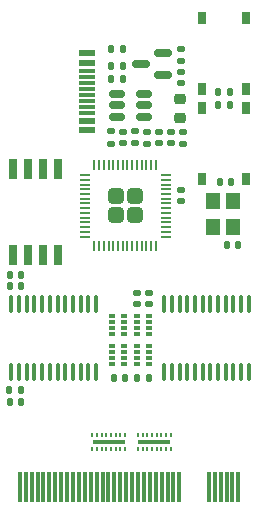
<source format=gbr>
%TF.GenerationSoftware,KiCad,Pcbnew,7.0.5-0*%
%TF.CreationDate,2023-07-31T19:13:05-04:00*%
%TF.ProjectId,mula,6d756c61-2e6b-4696-9361-645f70636258,rev?*%
%TF.SameCoordinates,Original*%
%TF.FileFunction,Paste,Top*%
%TF.FilePolarity,Positive*%
%FSLAX46Y46*%
G04 Gerber Fmt 4.6, Leading zero omitted, Abs format (unit mm)*
G04 Created by KiCad (PCBNEW 7.0.5-0) date 2023-07-31 19:13:05*
%MOMM*%
%LPD*%
G01*
G04 APERTURE LIST*
G04 Aperture macros list*
%AMRoundRect*
0 Rectangle with rounded corners*
0 $1 Rounding radius*
0 $2 $3 $4 $5 $6 $7 $8 $9 X,Y pos of 4 corners*
0 Add a 4 corners polygon primitive as box body*
4,1,4,$2,$3,$4,$5,$6,$7,$8,$9,$2,$3,0*
0 Add four circle primitives for the rounded corners*
1,1,$1+$1,$2,$3*
1,1,$1+$1,$4,$5*
1,1,$1+$1,$6,$7*
1,1,$1+$1,$8,$9*
0 Add four rect primitives between the rounded corners*
20,1,$1+$1,$2,$3,$4,$5,0*
20,1,$1+$1,$4,$5,$6,$7,0*
20,1,$1+$1,$6,$7,$8,$9,0*
20,1,$1+$1,$8,$9,$2,$3,0*%
G04 Aperture macros list end*
%ADD10RoundRect,0.140000X-0.140000X-0.170000X0.140000X-0.170000X0.140000X0.170000X-0.140000X0.170000X0*%
%ADD11RoundRect,0.218750X-0.256250X0.218750X-0.256250X-0.218750X0.256250X-0.218750X0.256250X0.218750X0*%
%ADD12R,0.750000X1.000000*%
%ADD13RoundRect,0.135000X-0.185000X0.135000X-0.185000X-0.135000X0.185000X-0.135000X0.185000X0.135000X0*%
%ADD14RoundRect,0.100000X0.100000X-0.637500X0.100000X0.637500X-0.100000X0.637500X-0.100000X-0.637500X0*%
%ADD15R,0.350000X2.500000*%
%ADD16RoundRect,0.140000X0.170000X-0.140000X0.170000X0.140000X-0.170000X0.140000X-0.170000X-0.140000X0*%
%ADD17R,0.650000X1.700000*%
%ADD18RoundRect,0.135000X-0.135000X-0.185000X0.135000X-0.185000X0.135000X0.185000X-0.135000X0.185000X0*%
%ADD19RoundRect,0.150000X0.587500X0.150000X-0.587500X0.150000X-0.587500X-0.150000X0.587500X-0.150000X0*%
%ADD20RoundRect,0.135000X0.185000X-0.135000X0.185000X0.135000X-0.185000X0.135000X-0.185000X-0.135000X0*%
%ADD21RoundRect,0.140000X0.140000X0.170000X-0.140000X0.170000X-0.140000X-0.170000X0.140000X-0.170000X0*%
%ADD22RoundRect,0.140000X-0.170000X0.140000X-0.170000X-0.140000X0.170000X-0.140000X0.170000X0.140000X0*%
%ADD23R,0.200000X0.400000*%
%ADD24R,2.800000X0.400000*%
%ADD25RoundRect,0.150000X-0.512500X-0.150000X0.512500X-0.150000X0.512500X0.150000X-0.512500X0.150000X0*%
%ADD26R,0.500000X0.320000*%
%ADD27RoundRect,0.135000X0.135000X0.185000X-0.135000X0.185000X-0.135000X-0.185000X0.135000X-0.185000X0*%
%ADD28R,1.200000X1.400000*%
%ADD29RoundRect,0.249999X0.395001X-0.395001X0.395001X0.395001X-0.395001X0.395001X-0.395001X-0.395001X0*%
%ADD30RoundRect,0.050000X0.050000X-0.387500X0.050000X0.387500X-0.050000X0.387500X-0.050000X-0.387500X0*%
%ADD31RoundRect,0.050000X0.387500X-0.050000X0.387500X0.050000X-0.387500X0.050000X-0.387500X-0.050000X0*%
%ADD32R,1.450000X0.600000*%
%ADD33R,1.450000X0.300000*%
G04 APERTURE END LIST*
D10*
%TO.C,C115*%
X129870000Y-105425000D03*
X130830000Y-105425000D03*
%TD*%
D11*
%TO.C,D101*%
X144300000Y-79800000D03*
X144300000Y-81375000D03*
%TD*%
D12*
%TO.C,SW102*%
X146170000Y-78970000D03*
X146170000Y-72970000D03*
X149920000Y-78970000D03*
X149920000Y-72970000D03*
%TD*%
D13*
%TO.C,R105*%
X141525000Y-82565000D03*
X141525000Y-83585000D03*
%TD*%
D10*
%TO.C,C101*%
X148245000Y-92175000D03*
X149205000Y-92175000D03*
%TD*%
D13*
%TO.C,R104*%
X140500000Y-82540000D03*
X140500000Y-83560000D03*
%TD*%
D14*
%TO.C,U106*%
X142975000Y-102925000D03*
X143625000Y-102925000D03*
X144275000Y-102925000D03*
X144925000Y-102925000D03*
X145575000Y-102925000D03*
X146225000Y-102925000D03*
X146875000Y-102925000D03*
X147525000Y-102925000D03*
X148175000Y-102925000D03*
X148825000Y-102925000D03*
X149475000Y-102925000D03*
X150125000Y-102925000D03*
X150125000Y-97200000D03*
X149475000Y-97200000D03*
X148825000Y-97200000D03*
X148175000Y-97200000D03*
X147525000Y-97200000D03*
X146875000Y-97200000D03*
X146225000Y-97200000D03*
X145575000Y-97200000D03*
X144925000Y-97200000D03*
X144275000Y-97200000D03*
X143625000Y-97200000D03*
X142975000Y-97200000D03*
%TD*%
D15*
%TO.C,J102*%
X149237500Y-112655000D03*
X148737500Y-112655000D03*
X148237500Y-112655000D03*
X147737500Y-112655000D03*
X147237500Y-112655000D03*
X146737500Y-112655000D03*
X144237500Y-112655000D03*
X143737500Y-112655000D03*
X143237500Y-112655000D03*
X142737500Y-112655000D03*
X142237500Y-112655000D03*
X141737500Y-112655000D03*
X141237500Y-112655000D03*
X140737500Y-112655000D03*
X140237500Y-112655000D03*
X139737500Y-112655000D03*
X139237500Y-112655000D03*
X138737500Y-112655000D03*
X138237500Y-112655000D03*
X137737500Y-112655000D03*
X137237500Y-112655000D03*
X136737500Y-112655000D03*
X136237500Y-112655000D03*
X135737500Y-112655000D03*
X135237500Y-112655000D03*
X134737500Y-112655000D03*
X134237500Y-112655000D03*
X133737500Y-112655000D03*
X133237500Y-112655000D03*
X132737500Y-112655000D03*
X132237500Y-112655000D03*
X131737500Y-112655000D03*
X131237500Y-112655000D03*
X130737500Y-112655000D03*
%TD*%
D16*
%TO.C,C114*%
X144400000Y-76550000D03*
X144400000Y-75590000D03*
%TD*%
D17*
%TO.C,U101*%
X130120000Y-93000000D03*
X131390000Y-93000000D03*
X132660000Y-93000000D03*
X133930000Y-93000000D03*
X133930000Y-85700000D03*
X132660000Y-85700000D03*
X131390000Y-85700000D03*
X130120000Y-85700000D03*
%TD*%
D18*
%TO.C,R107*%
X129845000Y-104425000D03*
X130865000Y-104425000D03*
%TD*%
D19*
%TO.C,U104*%
X142875000Y-77795000D03*
X142875000Y-75895000D03*
X141000000Y-76845000D03*
%TD*%
D20*
%TO.C,R109*%
X144575000Y-83610000D03*
X144575000Y-82590000D03*
%TD*%
D21*
%TO.C,C105*%
X130850000Y-95650000D03*
X129890000Y-95650000D03*
%TD*%
D13*
%TO.C,R103*%
X138492500Y-82555000D03*
X138492500Y-83575000D03*
%TD*%
D14*
%TO.C,U105*%
X130025000Y-102900000D03*
X130675000Y-102900000D03*
X131325000Y-102900000D03*
X131975000Y-102900000D03*
X132625000Y-102900000D03*
X133275000Y-102900000D03*
X133925000Y-102900000D03*
X134575000Y-102900000D03*
X135225000Y-102900000D03*
X135875000Y-102900000D03*
X136525000Y-102900000D03*
X137175000Y-102900000D03*
X137175000Y-97175000D03*
X136525000Y-97175000D03*
X135875000Y-97175000D03*
X135225000Y-97175000D03*
X134575000Y-97175000D03*
X133925000Y-97175000D03*
X133275000Y-97175000D03*
X132625000Y-97175000D03*
X131975000Y-97175000D03*
X131325000Y-97175000D03*
X130675000Y-97175000D03*
X130025000Y-97175000D03*
%TD*%
D12*
%TO.C,SW101*%
X146145000Y-86570000D03*
X146145000Y-80570000D03*
X149895000Y-86570000D03*
X149895000Y-80570000D03*
%TD*%
D21*
%TO.C,C106*%
X130850000Y-94675000D03*
X129890000Y-94675000D03*
%TD*%
D22*
%TO.C,C103*%
X142550000Y-82590000D03*
X142550000Y-83550000D03*
%TD*%
%TO.C,C112*%
X141675000Y-96195000D03*
X141675000Y-97155000D03*
%TD*%
%TO.C,C104*%
X139482500Y-82575000D03*
X139482500Y-83535000D03*
%TD*%
D18*
%TO.C,R106*%
X147510000Y-79220000D03*
X148530000Y-79220000D03*
%TD*%
D23*
%TO.C,L101*%
X136850000Y-109425000D03*
X137250000Y-109425000D03*
X137650000Y-109425000D03*
X138050000Y-109425000D03*
X138450000Y-109425000D03*
X138850000Y-109425000D03*
X139250000Y-109425000D03*
X139650000Y-109425000D03*
X139650000Y-108225000D03*
X139250000Y-108225000D03*
X138850000Y-108225000D03*
X138450000Y-108225000D03*
X138050000Y-108225000D03*
X137650000Y-108225000D03*
X137250000Y-108225000D03*
X136850000Y-108225000D03*
D24*
X138250000Y-108825000D03*
%TD*%
D22*
%TO.C,C107*%
X140675000Y-96195000D03*
X140675000Y-97155000D03*
%TD*%
D25*
%TO.C,U103*%
X138962500Y-79395000D03*
X138962500Y-80345000D03*
X138962500Y-81295000D03*
X141237500Y-81295000D03*
X141237500Y-80345000D03*
X141237500Y-79395000D03*
%TD*%
D26*
%TO.C,RN101*%
X141650000Y-99662500D03*
X141650000Y-99162500D03*
X141650000Y-98662500D03*
X141650000Y-98162500D03*
X140650000Y-98162500D03*
X140650000Y-98662500D03*
X140650000Y-99162500D03*
X140650000Y-99662500D03*
%TD*%
D21*
%TO.C,C102*%
X148630000Y-86850000D03*
X147670000Y-86850000D03*
%TD*%
D27*
%TO.C,R101*%
X148530000Y-80320000D03*
X147510000Y-80320000D03*
%TD*%
D26*
%TO.C,RN104*%
X138575000Y-98162500D03*
X138575000Y-98662500D03*
X138575000Y-99162500D03*
X138575000Y-99662500D03*
X139575000Y-99662500D03*
X139575000Y-99162500D03*
X139575000Y-98662500D03*
X139575000Y-98162500D03*
%TD*%
D16*
%TO.C,C111*%
X143550000Y-83550000D03*
X143550000Y-82590000D03*
%TD*%
%TO.C,C109*%
X144350000Y-88455000D03*
X144350000Y-87495000D03*
%TD*%
D10*
%TO.C,C110*%
X138495000Y-77045000D03*
X139455000Y-77045000D03*
%TD*%
D23*
%TO.C,L102*%
X140725000Y-109425000D03*
X141125000Y-109425000D03*
X141525000Y-109425000D03*
X141925000Y-109425000D03*
X142325000Y-109425000D03*
X142725000Y-109425000D03*
X143125000Y-109425000D03*
X143525000Y-109425000D03*
X143525000Y-108225000D03*
X143125000Y-108225000D03*
X142725000Y-108225000D03*
X142325000Y-108225000D03*
X141925000Y-108225000D03*
X141525000Y-108225000D03*
X141125000Y-108225000D03*
X140725000Y-108225000D03*
D24*
X142125000Y-108825000D03*
%TD*%
D28*
%TO.C,Y101*%
X147100000Y-88425000D03*
X147100000Y-90625000D03*
X148800000Y-90625000D03*
X148800000Y-88425000D03*
%TD*%
D26*
%TO.C,RN102*%
X138575000Y-100737500D03*
X138575000Y-101237500D03*
X138575000Y-101737500D03*
X138575000Y-102237500D03*
X139575000Y-102237500D03*
X139575000Y-101737500D03*
X139575000Y-101237500D03*
X139575000Y-100737500D03*
%TD*%
D18*
%TO.C,R102*%
X138465000Y-78070000D03*
X139485000Y-78070000D03*
%TD*%
%TO.C,R108*%
X140615000Y-103450000D03*
X141635000Y-103450000D03*
%TD*%
D29*
%TO.C,U102*%
X138850000Y-89650000D03*
X140450000Y-89650000D03*
X138850000Y-88050000D03*
X140450000Y-88050000D03*
D30*
X137050000Y-92287500D03*
X137450000Y-92287500D03*
X137850000Y-92287500D03*
X138250000Y-92287500D03*
X138650000Y-92287500D03*
X139050000Y-92287500D03*
X139450000Y-92287500D03*
X139850000Y-92287500D03*
X140250000Y-92287500D03*
X140650000Y-92287500D03*
X141050000Y-92287500D03*
X141450000Y-92287500D03*
X141850000Y-92287500D03*
X142250000Y-92287500D03*
D31*
X143087500Y-91450000D03*
X143087500Y-91050000D03*
X143087500Y-90650000D03*
X143087500Y-90250000D03*
X143087500Y-89850000D03*
X143087500Y-89450000D03*
X143087500Y-89050000D03*
X143087500Y-88650000D03*
X143087500Y-88250000D03*
X143087500Y-87850000D03*
X143087500Y-87450000D03*
X143087500Y-87050000D03*
X143087500Y-86650000D03*
X143087500Y-86250000D03*
D30*
X142250000Y-85412500D03*
X141850000Y-85412500D03*
X141450000Y-85412500D03*
X141050000Y-85412500D03*
X140650000Y-85412500D03*
X140250000Y-85412500D03*
X139850000Y-85412500D03*
X139450000Y-85412500D03*
X139050000Y-85412500D03*
X138650000Y-85412500D03*
X138250000Y-85412500D03*
X137850000Y-85412500D03*
X137450000Y-85412500D03*
X137050000Y-85412500D03*
D31*
X136212500Y-86250000D03*
X136212500Y-86650000D03*
X136212500Y-87050000D03*
X136212500Y-87450000D03*
X136212500Y-87850000D03*
X136212500Y-88250000D03*
X136212500Y-88650000D03*
X136212500Y-89050000D03*
X136212500Y-89450000D03*
X136212500Y-89850000D03*
X136212500Y-90250000D03*
X136212500Y-90650000D03*
X136212500Y-91050000D03*
X136212500Y-91450000D03*
%TD*%
D21*
%TO.C,C116*%
X139675000Y-103450000D03*
X138715000Y-103450000D03*
%TD*%
%TO.C,C108*%
X139455000Y-75575000D03*
X138495000Y-75575000D03*
%TD*%
D22*
%TO.C,C113*%
X144400000Y-77490000D03*
X144400000Y-78450000D03*
%TD*%
D26*
%TO.C,RN103*%
X141650000Y-102237500D03*
X141650000Y-101737500D03*
X141650000Y-101237500D03*
X141650000Y-100737500D03*
X140650000Y-100737500D03*
X140650000Y-101237500D03*
X140650000Y-101737500D03*
X140650000Y-102237500D03*
%TD*%
D32*
%TO.C,J101*%
X136395000Y-75950000D03*
X136395000Y-76750000D03*
D33*
X136395000Y-77950000D03*
X136395000Y-78950000D03*
X136395000Y-79450000D03*
X136395000Y-80450000D03*
D32*
X136395000Y-81650000D03*
X136395000Y-82450000D03*
X136395000Y-82450000D03*
X136395000Y-81650000D03*
D33*
X136395000Y-80950000D03*
X136395000Y-79950000D03*
X136395000Y-78450000D03*
X136395000Y-77450000D03*
D32*
X136395000Y-76750000D03*
X136395000Y-75950000D03*
%TD*%
M02*

</source>
